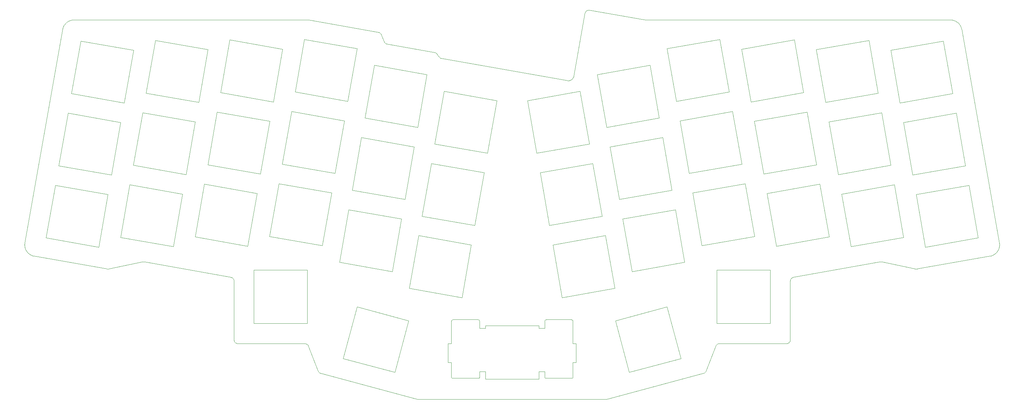
<source format=gm1>
G04 #@! TF.GenerationSoftware,KiCad,Pcbnew,(5.1.9-0-10_14)*
G04 #@! TF.CreationDate,2021-05-25T11:07:59+09:00*
G04 #@! TF.ProjectId,pcb-top-plate,7063622d-746f-4702-9d70-6c6174652e6b,1.3*
G04 #@! TF.SameCoordinates,PX2faf080PY2faf080*
G04 #@! TF.FileFunction,Profile,NP*
%FSLAX46Y46*%
G04 Gerber Fmt 4.6, Leading zero omitted, Abs format (unit mm)*
G04 Created by KiCad (PCBNEW (5.1.9-0-10_14)) date 2021-05-25 11:07:59*
%MOMM*%
%LPD*%
G01*
G04 APERTURE LIST*
G04 #@! TA.AperFunction,Profile*
%ADD10C,0.100000*%
G04 #@! TD*
G04 APERTURE END LIST*
D10*
X86288662Y-90846668D02*
X86264010Y-90955051D01*
X86264010Y-90955051D02*
X86197686Y-91039581D01*
X86197686Y-91039581D02*
X86101139Y-91088803D01*
X86101139Y-91088803D02*
X86038656Y-91096675D01*
X101710029Y-89387563D02*
X101710029Y-91324029D01*
X120195292Y-30911416D02*
X133884120Y-28497718D01*
X119039290Y-54013129D02*
X121452989Y-67701957D01*
X107764160Y-70115656D02*
X105350462Y-56426827D01*
X110540240Y-90846668D02*
X110515584Y-90955051D01*
X110515584Y-90955051D02*
X110449255Y-91039581D01*
X110449255Y-91039581D02*
X110352709Y-91088803D01*
X110352709Y-91088803D02*
X110290233Y-91096675D01*
X103724850Y-75831823D02*
X110040227Y-75831823D01*
X79463713Y-75831823D02*
X85788671Y-75831823D01*
X86288662Y-89387563D02*
X86288662Y-90846668D01*
X103474865Y-91096675D02*
X103366473Y-91072019D01*
X103366473Y-91072019D02*
X103281945Y-91005690D01*
X103281945Y-91005690D02*
X103232729Y-90909144D01*
X103232729Y-90909144D02*
X103224859Y-90846668D01*
X87802028Y-77418591D02*
X101711472Y-77418591D01*
X111375589Y-82087212D02*
X111375589Y-86977288D01*
X110040227Y-75831823D02*
X110140996Y-75841981D01*
X110140996Y-75841981D02*
X110257001Y-75881130D01*
X110257001Y-75881130D02*
X110358280Y-75946002D01*
X110358280Y-75946002D02*
X110440904Y-76032671D01*
X110440904Y-76032671D02*
X110500946Y-76137209D01*
X110500946Y-76137209D02*
X110534478Y-76255688D01*
X110534478Y-76255688D02*
X110540240Y-76331835D01*
X101711472Y-78116696D02*
X103224859Y-78116696D01*
X103224859Y-76331835D02*
X103235017Y-76231066D01*
X103235017Y-76231066D02*
X103274165Y-76115060D01*
X103274165Y-76115060D02*
X103339036Y-76013782D01*
X103339036Y-76013782D02*
X103425703Y-75931158D01*
X103425703Y-75931158D02*
X103530236Y-75871116D01*
X103530236Y-75871116D02*
X103648709Y-75837584D01*
X103648709Y-75837584D02*
X103724850Y-75831823D01*
X78963722Y-76331835D02*
X78973879Y-76231066D01*
X78973879Y-76231066D02*
X79013025Y-76115060D01*
X79013025Y-76115060D02*
X79077892Y-76013782D01*
X79077892Y-76013782D02*
X79164556Y-75931158D01*
X79164556Y-75931158D02*
X79269090Y-75871116D01*
X79269090Y-75871116D02*
X79387567Y-75837584D01*
X79387567Y-75837584D02*
X79463713Y-75831823D01*
X78128351Y-82087212D02*
X78963722Y-82087212D01*
X110540240Y-86977288D02*
X110540240Y-90846668D01*
X87802028Y-78116696D02*
X87802028Y-77418591D01*
X85788671Y-75831823D02*
X85889432Y-75841981D01*
X85889432Y-75841981D02*
X86005431Y-75881130D01*
X86005431Y-75881130D02*
X86106706Y-75946002D01*
X86106706Y-75946002D02*
X86189327Y-76032671D01*
X86189327Y-76032671D02*
X86249368Y-76137209D01*
X86249368Y-76137209D02*
X86282900Y-76255688D01*
X86282900Y-76255688D02*
X86288662Y-76331835D01*
X70463681Y-54013172D02*
X84152509Y-56426892D01*
X101710029Y-91324029D02*
X87803471Y-91324029D01*
X110290233Y-91096675D02*
X103474865Y-91096675D01*
X103224859Y-90846668D02*
X103224859Y-89387563D01*
X86288662Y-76331835D02*
X86288662Y-78116696D01*
X78128351Y-86977288D02*
X78128351Y-82087212D01*
X78963722Y-90846668D02*
X78963722Y-86977288D01*
X79213706Y-91096675D02*
X79105327Y-91072019D01*
X79105327Y-91072019D02*
X79020806Y-91005690D01*
X79020806Y-91005690D02*
X78971592Y-90909144D01*
X78971592Y-90909144D02*
X78963722Y-90846668D01*
X86038656Y-91096675D02*
X79213706Y-91096675D01*
X103224859Y-89387563D02*
X101710029Y-89387563D01*
X87803471Y-91324029D02*
X87803471Y-89387563D01*
X53205152Y-42186590D02*
X55618850Y-28497761D01*
X67898946Y-76148769D02*
X64301362Y-89575146D01*
X84152509Y-56426892D02*
X81738789Y-70115720D01*
X105350462Y-56426827D02*
X119039290Y-54013129D01*
X69307679Y-30911481D02*
X66893980Y-44600310D01*
X136297819Y-42186546D02*
X122608990Y-44600245D01*
X133884120Y-28497718D02*
X136297819Y-42186546D01*
X110540240Y-76331835D02*
X110540240Y-82087212D01*
X121452989Y-67701957D02*
X107764160Y-70115656D01*
X110540240Y-82087212D02*
X111375589Y-82087212D01*
X103224859Y-78116696D02*
X103224859Y-76331835D01*
X101711472Y-77418591D02*
X101711472Y-78116696D01*
X111375589Y-86977288D02*
X110540240Y-86977288D01*
X86288662Y-78116696D02*
X87802028Y-78116696D01*
X81738789Y-70115720D02*
X68049961Y-67702000D01*
X55618850Y-28497761D02*
X69307679Y-30911481D01*
X66893980Y-44600310D02*
X53205152Y-42186590D01*
X87803471Y-89387563D02*
X86288662Y-89387563D01*
X78963722Y-82087212D02*
X78963722Y-76331835D01*
X78963722Y-86977288D02*
X78128351Y-86977288D01*
X68049961Y-67702000D02*
X70463681Y-54013172D01*
X14789689Y-40642369D02*
X28478517Y-43056067D01*
X-6055917Y-19501389D02*
X-19744745Y-17087669D01*
X-376397Y-16948854D02*
X2037323Y-3260025D01*
X12375969Y-54331197D02*
X14789689Y-40642369D01*
X-1270679Y-22020594D02*
X12418150Y-24434314D01*
X32680802Y-19223715D02*
X18991973Y-16810016D01*
X2037323Y-3260025D02*
X15726152Y-5673723D01*
X6696449Y-56883733D02*
X-6992380Y-54470013D01*
X-3684399Y-35709422D02*
X-1270679Y-22020594D01*
X-9363919Y-38261980D02*
X-23052747Y-35848260D01*
X-20639027Y-22159431D02*
X-6950199Y-24573151D01*
X65999677Y-49672071D02*
X63585978Y-63360900D01*
X54460458Y-5394994D02*
X52046760Y-19083822D01*
X15683971Y-35570607D02*
X18097669Y-21881778D01*
X63585978Y-63360900D02*
X49897150Y-60947180D01*
X58926852Y-9737192D02*
X72615681Y-12150891D01*
X37463649Y-21741864D02*
X51152478Y-24155563D01*
X-10258201Y-43333720D02*
X-12671921Y-57022549D01*
X35049929Y-35430693D02*
X37463649Y-21741864D01*
X49897150Y-60947180D02*
X52310848Y-47258351D01*
X56513132Y-23425999D02*
X58926852Y-9737192D01*
X-6950199Y-24573151D02*
X-9363919Y-38261980D01*
X54472569Y-72551185D02*
X67898946Y-76148769D01*
X10004430Y-38123142D02*
X-3684399Y-35709422D01*
X-23947030Y-40920022D02*
X-10258201Y-43333720D01*
X50874985Y-85977562D02*
X54472569Y-72551185D01*
X34155647Y-40502455D02*
X47844476Y-42916153D01*
X31741927Y-54191283D02*
X34155647Y-40502455D01*
X12418150Y-24434314D02*
X10004430Y-38123142D01*
X9110147Y-43194904D02*
X6696449Y-56883733D01*
X-17331047Y-3398841D02*
X-3642218Y-5812561D01*
X51152478Y-24155563D02*
X48738758Y-37844391D01*
X-12671921Y-57022549D02*
X-26360750Y-54608850D01*
X48738758Y-37844391D02*
X35049929Y-35430693D01*
X-26360750Y-54608850D02*
X-23947030Y-40920022D01*
X13312432Y-19362552D02*
X-376397Y-16948854D01*
X29372799Y-37984305D02*
X15683971Y-35570607D01*
X52046760Y-19083822D02*
X38357931Y-16670102D01*
X18097669Y-21881778D02*
X31786498Y-24295477D01*
X35094500Y-5534886D02*
X32680802Y-19223715D01*
X31786498Y-24295477D02*
X29372799Y-37984305D01*
X21405672Y-3121188D02*
X35094500Y-5534886D01*
X70201961Y-25839719D02*
X56513132Y-23425999D01*
X26064797Y-56744896D02*
X12375969Y-54331197D01*
X47844476Y-42916153D02*
X45430756Y-56604982D01*
X-19744745Y-17087669D02*
X-17331047Y-3398841D01*
X-3642218Y-5812561D02*
X-6055917Y-19501389D01*
X15726152Y-5673723D02*
X13312432Y-19362552D01*
X18991973Y-16810016D02*
X21405672Y-3121188D01*
X72615681Y-12150891D02*
X70201961Y-25839719D01*
X52310848Y-47258351D02*
X65999677Y-49672071D01*
X64301362Y-89575146D02*
X50874985Y-85977562D01*
X45430756Y-56604982D02*
X31741927Y-54191283D01*
X27661681Y-76860190D02*
X27661681Y-62960198D01*
X-6992380Y-54470013D02*
X-4578681Y-40781184D01*
X40771630Y-2981274D02*
X54460458Y-5394994D01*
X-4578681Y-40781184D02*
X9110147Y-43194904D01*
X41561672Y-62960198D02*
X41561672Y-76860190D01*
X27661681Y-62960198D02*
X41561672Y-62960198D01*
X38357931Y-16670102D02*
X40771630Y-2981274D01*
X-23052747Y-35848260D02*
X-20639027Y-22159431D01*
X41561672Y-76860190D02*
X27661681Y-76860190D01*
X28478517Y-43056067D02*
X26064797Y-56744896D01*
X73771661Y-35252603D02*
X87460490Y-37666301D01*
X77079663Y-16492012D02*
X90768492Y-18905711D01*
X101148199Y-32594475D02*
X98734479Y-18905646D01*
X114837027Y-30180776D02*
X101148199Y-32594475D01*
X104456179Y-51355065D02*
X102042481Y-37666237D01*
X196453191Y-24573108D02*
X210142020Y-22159410D01*
X115731309Y-35252538D02*
X118145008Y-48941367D01*
X210142020Y-22159410D02*
X212555718Y-35848238D01*
X190964361Y-60858216D02*
X199381476Y-62643445D01*
X116887311Y-12150848D02*
X130576140Y-9737127D01*
X137454208Y-19085889D02*
X135040510Y-5397061D01*
X167867113Y-64831553D02*
X190197984Y-60845811D01*
X156822191Y-19223693D02*
X154408492Y-5534865D01*
X157716473Y-24295434D02*
X171405301Y-21881735D01*
X154451039Y-35432760D02*
X140762210Y-37846480D01*
X167042822Y-65815995D02*
X167051800Y-65681780D01*
X167051800Y-65681780D02*
X167078019Y-65552526D01*
X167078019Y-65552526D02*
X167120400Y-65429518D01*
X167120400Y-65429518D02*
X167177870Y-65314041D01*
X167177870Y-65314041D02*
X167249350Y-65207381D01*
X167249350Y-65207381D02*
X167333766Y-65110823D01*
X167333766Y-65110823D02*
X167430040Y-65025652D01*
X167430040Y-65025652D02*
X167537097Y-64953153D01*
X167537097Y-64953153D02*
X167653860Y-64894613D01*
X167653860Y-64894613D02*
X167779254Y-64851315D01*
X167779254Y-64851315D02*
X167867113Y-64831553D01*
X132989838Y-23425956D02*
X119301010Y-25839676D01*
X135040510Y-5397061D02*
X148729338Y-2983362D01*
X148729338Y-2983362D02*
X151143037Y-16672191D01*
X152037319Y-21743931D02*
X154451039Y-35432760D01*
X140762210Y-37846480D02*
X138348490Y-24157651D01*
X171405301Y-21881735D02*
X173819000Y-35570564D01*
X138348490Y-24157651D02*
X152037319Y-21743931D01*
X173819000Y-35570564D02*
X160130171Y-37984262D01*
X144509469Y-89793111D02*
X144622201Y-89755631D01*
X144622201Y-89755631D02*
X144728600Y-89705636D01*
X144728600Y-89705636D02*
X144827762Y-89643936D01*
X144827762Y-89643936D02*
X144918781Y-89571344D01*
X144918781Y-89571344D02*
X145000753Y-89488672D01*
X145000753Y-89488672D02*
X145072772Y-89396732D01*
X145072772Y-89396732D02*
X145133936Y-89296335D01*
X145133936Y-89296335D02*
X145183338Y-89188295D01*
X145183338Y-89188295D02*
X147690355Y-82715247D01*
X195558909Y-19501346D02*
X193145189Y-5812518D01*
X154408492Y-5534865D02*
X168097321Y-3121145D01*
X160130171Y-37984262D02*
X157716473Y-24295434D01*
X173776840Y-5673680D02*
X187465669Y-3259982D01*
X148622859Y-82076407D02*
X166042822Y-82076407D01*
X189879367Y-16948810D02*
X176190539Y-19362509D01*
X167042822Y-81076407D02*
X167042822Y-65815995D01*
X198866889Y-38261937D02*
X196453191Y-24573108D01*
X168097321Y-3121145D02*
X170511019Y-16809973D01*
X123503294Y-49672007D02*
X137192123Y-47258308D01*
X125916993Y-63360835D02*
X123503294Y-49672007D01*
X193145189Y-5812518D02*
X206834017Y-3398819D01*
X87460490Y-37666301D02*
X85046791Y-51355130D01*
X166042822Y-82076407D02*
X166145066Y-82071244D01*
X166145066Y-82071244D02*
X166244356Y-82056090D01*
X166244356Y-82056090D02*
X166386655Y-82015727D01*
X166386655Y-82015727D02*
X166519481Y-81955712D01*
X166519481Y-81955712D02*
X166641138Y-81877742D01*
X166641138Y-81877742D02*
X166749928Y-81783513D01*
X166749928Y-81783513D02*
X166844157Y-81674722D01*
X166844157Y-81674722D02*
X166922127Y-81553066D01*
X166922127Y-81553066D02*
X166982142Y-81420240D01*
X166982142Y-81420240D02*
X167022505Y-81277941D01*
X167022505Y-81277941D02*
X167037659Y-81178651D01*
X167037659Y-81178651D02*
X167042822Y-81076407D01*
X200143428Y-62656636D02*
X218932802Y-59346551D01*
X190197984Y-60845811D02*
X190317397Y-60828197D01*
X190317397Y-60828197D02*
X190437415Y-60817832D01*
X190437415Y-60817832D02*
X190557709Y-60814712D01*
X190557709Y-60814712D02*
X190677952Y-60818830D01*
X190677952Y-60818830D02*
X190797815Y-60830181D01*
X190797815Y-60830181D02*
X190916970Y-60848761D01*
X190916970Y-60848761D02*
X190964361Y-60858216D01*
X176190539Y-19362509D02*
X173776840Y-5673680D01*
X199381476Y-62643445D02*
X199499558Y-62664809D01*
X199499558Y-62664809D02*
X199618473Y-62679033D01*
X199618473Y-62679033D02*
X199737899Y-62686109D01*
X199737899Y-62686109D02*
X199857514Y-62686033D01*
X199857514Y-62686033D02*
X199976994Y-62678799D01*
X199976994Y-62678799D02*
X200096018Y-62664402D01*
X200096018Y-62664402D02*
X200143428Y-62656636D01*
X218932802Y-59346551D02*
X219084180Y-59315918D01*
X219084180Y-59315918D02*
X219232229Y-59278070D01*
X219232229Y-59278070D02*
X219376795Y-59233226D01*
X219376795Y-59233226D02*
X219517726Y-59181604D01*
X219517726Y-59181604D02*
X219654869Y-59123422D01*
X219654869Y-59123422D02*
X219788070Y-59058899D01*
X219788070Y-59058899D02*
X219917176Y-58988253D01*
X219917176Y-58988253D02*
X220042035Y-58911702D01*
X220042035Y-58911702D02*
X220162494Y-58829466D01*
X220162494Y-58829466D02*
X220278399Y-58741762D01*
X220278399Y-58741762D02*
X220389599Y-58648809D01*
X220389599Y-58648809D02*
X220495938Y-58550825D01*
X220495938Y-58550825D02*
X220597266Y-58448029D01*
X220597266Y-58448029D02*
X220693429Y-58340639D01*
X220693429Y-58340639D02*
X220784273Y-58228874D01*
X220784273Y-58228874D02*
X220869646Y-58112951D01*
X220869646Y-58112951D02*
X220949396Y-57993090D01*
X220949396Y-57993090D02*
X221023368Y-57869509D01*
X221023368Y-57869509D02*
X221091410Y-57742426D01*
X221091410Y-57742426D02*
X221153369Y-57612059D01*
X221153369Y-57612059D02*
X221209093Y-57478628D01*
X221209093Y-57478628D02*
X221258427Y-57342350D01*
X221258427Y-57342350D02*
X221301220Y-57203444D01*
X221301220Y-57203444D02*
X221337317Y-57062129D01*
X221337317Y-57062129D02*
X221366567Y-56918622D01*
X221366567Y-56918622D02*
X221388817Y-56773142D01*
X221388817Y-56773142D02*
X221403912Y-56625908D01*
X221403912Y-56625908D02*
X221411701Y-56477138D01*
X221411701Y-56477138D02*
X221412030Y-56327051D01*
X221412030Y-56327051D02*
X221404747Y-56175864D01*
X221404747Y-56175864D02*
X221389698Y-56023797D01*
X221389698Y-56023797D02*
X221366731Y-55871068D01*
X119301010Y-25839676D02*
X116887311Y-12150848D01*
X98734479Y-18905646D02*
X112423307Y-16491948D01*
X112423307Y-16491948D02*
X114837027Y-30180776D01*
X147690355Y-82715247D02*
X147737985Y-82610514D01*
X147737985Y-82610514D02*
X147796404Y-82513309D01*
X147796404Y-82513309D02*
X147864725Y-82424236D01*
X147864725Y-82424236D02*
X147942065Y-82343903D01*
X147942065Y-82343903D02*
X148027539Y-82272915D01*
X148027539Y-82272915D02*
X148120264Y-82211878D01*
X148120264Y-82211878D02*
X148219354Y-82161397D01*
X148219354Y-82161397D02*
X148323926Y-82122078D01*
X148323926Y-82122078D02*
X148433095Y-82094527D01*
X148433095Y-82094527D02*
X148545978Y-82079351D01*
X148545978Y-82079351D02*
X148622859Y-82076407D01*
X137192123Y-47258308D02*
X139605821Y-60947137D01*
X170511019Y-16809973D02*
X156822191Y-19223693D01*
X209247737Y-17087648D02*
X195558909Y-19501346D01*
X212555718Y-35848238D02*
X198866889Y-38261937D01*
X187465669Y-3259982D02*
X189879367Y-16948810D01*
X206834017Y-3398819D02*
X209247737Y-17087648D01*
X71357963Y-48941431D02*
X73771661Y-35252603D01*
X85046791Y-51355130D02*
X71357963Y-48941431D01*
X74665965Y-30180841D02*
X77079663Y-16492012D01*
X139605821Y-60947137D02*
X125916993Y-63360835D01*
X130576140Y-9737127D02*
X132989838Y-23425956D01*
X88354794Y-32594539D02*
X74665965Y-30180841D01*
X118145008Y-48941367D02*
X104456179Y-51355065D01*
X102042481Y-37666237D02*
X115731309Y-35252538D01*
X90768492Y-18905711D02*
X88354794Y-32594539D01*
X151143037Y-16672191D02*
X137454208Y-19085889D01*
X75811718Y-7558914D02*
X75239529Y-6779931D01*
X-19118075Y2076782D02*
X-19253873Y2073743D01*
X-19253873Y2073743D02*
X-19388297Y2064703D01*
X-19388297Y2064703D02*
X-19521205Y2049783D01*
X-19521205Y2049783D02*
X-19652454Y2029104D01*
X-19652454Y2029104D02*
X-19781900Y2002784D01*
X-19781900Y2002784D02*
X-19909400Y1970945D01*
X-19909400Y1970945D02*
X-20034810Y1933707D01*
X-20034810Y1933707D02*
X-20157989Y1891189D01*
X-20157989Y1891189D02*
X-20278792Y1843511D01*
X-20278792Y1843511D02*
X-20397076Y1790795D01*
X-20397076Y1790795D02*
X-20512699Y1733159D01*
X-20512699Y1733159D02*
X-20625516Y1670725D01*
X-20625516Y1670725D02*
X-20735385Y1603611D01*
X-20735385Y1603611D02*
X-20842162Y1531939D01*
X-20842162Y1531939D02*
X-20945705Y1455828D01*
X-20945705Y1455828D02*
X-21045869Y1375398D01*
X-21045869Y1375398D02*
X-21142513Y1290770D01*
X-21142513Y1290770D02*
X-21235492Y1202063D01*
X-21235492Y1202063D02*
X-21324664Y1109399D01*
X-21324664Y1109399D02*
X-21409884Y1012896D01*
X-21409884Y1012896D02*
X-21491011Y912674D01*
X-21491011Y912674D02*
X-21567901Y808855D01*
X-21567901Y808855D02*
X-21640410Y701558D01*
X-21640410Y701558D02*
X-21708395Y590904D01*
X-21708395Y590904D02*
X-21771714Y477011D01*
X-21771714Y477011D02*
X-21830223Y360001D01*
X-21830223Y360001D02*
X-21883778Y239994D01*
X-21883778Y239994D02*
X-21932237Y117109D01*
X-21932237Y117109D02*
X-21975456Y-8533D01*
X-21975456Y-8533D02*
X-22013293Y-136812D01*
X-22013293Y-136812D02*
X-22045603Y-267608D01*
X-22045603Y-267608D02*
X-22072244Y-400802D01*
X75239529Y-6779931D02*
X75162884Y-6687723D01*
X75162884Y-6687723D02*
X75076467Y-6605955D01*
X75076467Y-6605955D02*
X74981356Y-6535295D01*
X74981356Y-6535295D02*
X74878627Y-6476412D01*
X74878627Y-6476412D02*
X74769358Y-6429977D01*
X74769358Y-6429977D02*
X74654626Y-6396658D01*
X74654626Y-6396658D02*
X74607446Y-6387154D01*
X41991651Y2076659D02*
X-19118075Y2076782D01*
X221366731Y-55871068D02*
X211585432Y-402362D01*
X59978429Y-1126636D02*
X41991651Y2076659D01*
X60720976Y-1714286D02*
X60664378Y-1602994D01*
X60664378Y-1602994D02*
X60595226Y-1500766D01*
X60595226Y-1500766D02*
X60514622Y-1408476D01*
X60514622Y-1408476D02*
X60423669Y-1326997D01*
X60423669Y-1326997D02*
X60323471Y-1257200D01*
X60323471Y-1257200D02*
X60215129Y-1199959D01*
X60215129Y-1199959D02*
X60099747Y-1156146D01*
X60099747Y-1156146D02*
X59978429Y-1126636D01*
X61547006Y-3624783D02*
X60720976Y-1714286D01*
X113703039Y3808885D02*
X110788374Y-12504827D01*
X74607446Y-6387154D02*
X62291025Y-4212694D01*
X110788374Y-12504827D02*
X110753827Y-12654260D01*
X110753827Y-12654260D02*
X110705338Y-12796719D01*
X110705338Y-12796719D02*
X110643779Y-12931594D01*
X110643779Y-12931594D02*
X110570020Y-13058277D01*
X110570020Y-13058277D02*
X110484933Y-13176161D01*
X110484933Y-13176161D02*
X110389389Y-13284636D01*
X110389389Y-13284636D02*
X110284261Y-13383094D01*
X110284261Y-13383094D02*
X110170418Y-13470927D01*
X110170418Y-13470927D02*
X110048733Y-13547527D01*
X110048733Y-13547527D02*
X109920076Y-13612285D01*
X109920076Y-13612285D02*
X109785320Y-13664592D01*
X109785320Y-13664592D02*
X109645335Y-13703842D01*
X109645335Y-13703842D02*
X109500993Y-13729424D01*
X109500993Y-13729424D02*
X109353166Y-13740732D01*
X109353166Y-13740732D02*
X109202724Y-13737156D01*
X109202724Y-13737156D02*
X109050539Y-13718089D01*
X62291025Y-4212694D02*
X62169476Y-4183307D01*
X62169476Y-4183307D02*
X62053867Y-4139568D01*
X62053867Y-4139568D02*
X61945304Y-4082352D01*
X61945304Y-4082352D02*
X61844898Y-4012535D01*
X61844898Y-4012535D02*
X61753757Y-3930994D01*
X61753757Y-3930994D02*
X61672988Y-3838604D01*
X61672988Y-3838604D02*
X61603702Y-3736242D01*
X61603702Y-3736242D02*
X61547006Y-3624783D01*
X109050539Y-13718089D02*
X76443517Y-7951642D01*
X211585432Y-402362D02*
X211558844Y-269106D01*
X211558844Y-269106D02*
X211526582Y-138247D01*
X211526582Y-138247D02*
X211488789Y-9904D01*
X211488789Y-9904D02*
X211445608Y115801D01*
X211445608Y115801D02*
X211397183Y238749D01*
X211397183Y238749D02*
X211343657Y358820D01*
X211343657Y358820D02*
X211285173Y475893D01*
X211285173Y475893D02*
X211221874Y589848D01*
X211221874Y589848D02*
X211153904Y700564D01*
X211153904Y700564D02*
X211081407Y807922D01*
X211081407Y807922D02*
X211004525Y911801D01*
X211004525Y911801D02*
X210923401Y1012081D01*
X210923401Y1012081D02*
X210838180Y1108641D01*
X210838180Y1108641D02*
X210749005Y1201362D01*
X210749005Y1201362D02*
X210656018Y1290123D01*
X210656018Y1290123D02*
X210559363Y1374804D01*
X210559363Y1374804D02*
X210459184Y1455285D01*
X210459184Y1455285D02*
X210355624Y1531444D01*
X210355624Y1531444D02*
X210248825Y1603163D01*
X210248825Y1603163D02*
X210138932Y1670321D01*
X210138932Y1670321D02*
X210026088Y1732797D01*
X210026088Y1732797D02*
X209910436Y1790471D01*
X209910436Y1790471D02*
X209792120Y1843223D01*
X209792120Y1843223D02*
X209671282Y1890933D01*
X209671282Y1890933D02*
X209548066Y1933481D01*
X209548066Y1933481D02*
X209422616Y1970745D01*
X209422616Y1970745D02*
X209295074Y2002607D01*
X209295074Y2002607D02*
X209165585Y2028945D01*
X209165585Y2028945D02*
X209034290Y2049640D01*
X209034290Y2049640D02*
X208901335Y2064571D01*
X208901335Y2064571D02*
X208766862Y2073617D01*
X208766862Y2073617D02*
X208631014Y2076659D01*
X208631014Y2076659D02*
X129371694Y2076659D01*
X-10639127Y-62656929D02*
X-10520783Y-62674128D01*
X-10520783Y-62674128D02*
X-10401856Y-62684212D01*
X-10401856Y-62684212D02*
X-10282666Y-62687183D01*
X-10282666Y-62687183D02*
X-10163531Y-62683049D01*
X-10163531Y-62683049D02*
X-10044771Y-62671814D01*
X-10044771Y-62671814D02*
X-9926704Y-62653484D01*
X-9926704Y-62653484D02*
X-9879743Y-62644167D01*
X23474974Y-82076407D02*
X40877171Y-82076407D01*
X129371694Y2076659D02*
X114859950Y4618016D01*
X119369719Y-96524150D02*
X144509469Y-89793111D01*
X70183041Y-96524150D02*
X119369719Y-96524150D01*
X21651178Y-64840790D02*
X21781661Y-64873261D01*
X21781661Y-64873261D02*
X21904232Y-64921818D01*
X21904232Y-64921818D02*
X22017815Y-64985174D01*
X22017815Y-64985174D02*
X22121335Y-65062047D01*
X22121335Y-65062047D02*
X22213718Y-65151152D01*
X22213718Y-65151152D02*
X22293889Y-65251206D01*
X22293889Y-65251206D02*
X22360773Y-65360922D01*
X22360773Y-65360922D02*
X22413296Y-65479019D01*
X22413296Y-65479019D02*
X22450383Y-65604211D01*
X22450383Y-65604211D02*
X22470959Y-65735214D01*
X22470959Y-65735214D02*
X22474974Y-65825144D01*
X-22072244Y-400802D02*
X-31881351Y-55869443D01*
X40877171Y-82076407D02*
X40991958Y-82082988D01*
X40991958Y-82082988D02*
X41103629Y-82102331D01*
X41103629Y-82102331D02*
X41211300Y-82133831D01*
X41211300Y-82133831D02*
X41314088Y-82176883D01*
X41314088Y-82176883D02*
X41411111Y-82230883D01*
X41411111Y-82230883D02*
X41501485Y-82295227D01*
X41501485Y-82295227D02*
X41584329Y-82369310D01*
X41584329Y-82369310D02*
X41658758Y-82452529D01*
X41658758Y-82452529D02*
X41723891Y-82544279D01*
X41723891Y-82544279D02*
X41778845Y-82643955D01*
X41778845Y-82643955D02*
X41809390Y-82714512D01*
X22474974Y-81076407D02*
X22480136Y-81178651D01*
X22480136Y-81178651D02*
X22495290Y-81277941D01*
X22495290Y-81277941D02*
X22535653Y-81420240D01*
X22535653Y-81420240D02*
X22595668Y-81553066D01*
X22595668Y-81553066D02*
X22673638Y-81674722D01*
X22673638Y-81674722D02*
X22767867Y-81783513D01*
X22767867Y-81783513D02*
X22876657Y-81877742D01*
X22876657Y-81877742D02*
X22998314Y-81955712D01*
X22998314Y-81955712D02*
X23131140Y-82015727D01*
X23131140Y-82015727D02*
X23273439Y-82056090D01*
X23273439Y-82056090D02*
X23372729Y-82071244D01*
X23372729Y-82071244D02*
X23474974Y-82076407D01*
X44996716Y-89792835D02*
X70183041Y-96524150D01*
X-9879743Y-62644167D02*
X-1418657Y-60859881D01*
X114859950Y4618016D02*
X114758590Y4630550D01*
X114758590Y4630550D02*
X114658403Y4632781D01*
X114658403Y4632781D02*
X114511588Y4617694D01*
X114511588Y4617694D02*
X114370668Y4581704D01*
X114370668Y4581704D02*
X114237596Y4526175D01*
X114237596Y4526175D02*
X114114324Y4452474D01*
X114114324Y4452474D02*
X114002807Y4361967D01*
X114002807Y4361967D02*
X113904997Y4256019D01*
X113904997Y4256019D02*
X113822848Y4135997D01*
X113822848Y4135997D02*
X113758312Y4003267D01*
X113758312Y4003267D02*
X113726038Y3908394D01*
X113726038Y3908394D02*
X113703039Y3808885D01*
X44322695Y-89188637D02*
X44372161Y-89296600D01*
X44372161Y-89296600D02*
X44433375Y-89396916D01*
X44433375Y-89396916D02*
X44505432Y-89488774D01*
X44505432Y-89488774D02*
X44587428Y-89571365D01*
X44587428Y-89571365D02*
X44678458Y-89643877D01*
X44678458Y-89643877D02*
X44777619Y-89705499D01*
X44777619Y-89705499D02*
X44884006Y-89755422D01*
X44884006Y-89755422D02*
X44996716Y-89792835D01*
X76443517Y-7951642D02*
X76326954Y-7923737D01*
X76326954Y-7923737D02*
X76215422Y-7882458D01*
X76215422Y-7882458D02*
X76109996Y-7828476D01*
X76109996Y-7828476D02*
X76011754Y-7762458D01*
X76011754Y-7762458D02*
X75921770Y-7685074D01*
X75921770Y-7685074D02*
X75841122Y-7596992D01*
X75841122Y-7596992D02*
X75811718Y-7558914D01*
X-29447235Y-59346440D02*
X-10639127Y-62656929D01*
X41809390Y-82714512D02*
X44322695Y-89188637D01*
X22474974Y-65825144D02*
X22474974Y-81076407D01*
X-1418657Y-60859881D02*
X-1300057Y-60838580D01*
X-1300057Y-60838580D02*
X-1180627Y-60824481D01*
X-1180627Y-60824481D02*
X-1060695Y-60817589D01*
X-1060695Y-60817589D02*
X-940587Y-60817909D01*
X-940587Y-60817909D02*
X-820630Y-60825446D01*
X-820630Y-60825446D02*
X-701149Y-60840206D01*
X-701149Y-60840206D02*
X-653563Y-60848133D01*
X-653563Y-60848133D02*
X21651178Y-64840790D01*
X-31881351Y-55869443D02*
X-31904402Y-56022229D01*
X-31904402Y-56022229D02*
X-31919526Y-56174355D01*
X-31919526Y-56174355D02*
X-31926878Y-56325603D01*
X-31926878Y-56325603D02*
X-31926611Y-56475753D01*
X-31926611Y-56475753D02*
X-31918877Y-56624588D01*
X-31918877Y-56624588D02*
X-31903830Y-56771887D01*
X-31903830Y-56771887D02*
X-31881622Y-56917433D01*
X-31881622Y-56917433D02*
X-31852408Y-57061007D01*
X-31852408Y-57061007D02*
X-31816339Y-57202389D01*
X-31816339Y-57202389D02*
X-31773570Y-57341362D01*
X-31773570Y-57341362D02*
X-31724253Y-57477707D01*
X-31724253Y-57477707D02*
X-31668541Y-57611204D01*
X-31668541Y-57611204D02*
X-31606588Y-57741636D01*
X-31606588Y-57741636D02*
X-31538547Y-57868783D01*
X-31538547Y-57868783D02*
X-31464570Y-57992427D01*
X-31464570Y-57992427D02*
X-31384811Y-58112349D01*
X-31384811Y-58112349D02*
X-31299423Y-58228330D01*
X-31299423Y-58228330D02*
X-31208559Y-58340152D01*
X-31208559Y-58340152D02*
X-31112372Y-58447595D01*
X-31112372Y-58447595D02*
X-31011016Y-58550442D01*
X-31011016Y-58550442D02*
X-30904643Y-58648473D01*
X-30904643Y-58648473D02*
X-30793407Y-58741470D01*
X-30793407Y-58741470D02*
X-30677460Y-58829214D01*
X-30677460Y-58829214D02*
X-30556956Y-58911487D01*
X-30556956Y-58911487D02*
X-30432047Y-58988069D01*
X-30432047Y-58988069D02*
X-30302888Y-59058742D01*
X-30302888Y-59058742D02*
X-30169631Y-59123287D01*
X-30169631Y-59123287D02*
X-30032429Y-59181485D01*
X-30032429Y-59181485D02*
X-29891435Y-59233118D01*
X-29891435Y-59233118D02*
X-29746803Y-59277968D01*
X-29746803Y-59277968D02*
X-29598686Y-59315814D01*
X-29598686Y-59315814D02*
X-29447235Y-59346440D01*
X144070191Y-56607070D02*
X141656493Y-42918242D01*
X141656493Y-42918242D02*
X155345321Y-40504522D01*
X121600262Y-76150162D02*
X135026638Y-72552578D01*
X182806522Y-56883690D02*
X180392823Y-43194861D01*
X177084821Y-24434271D02*
X190773650Y-22020572D01*
X194081652Y-40781163D02*
X196495350Y-54469991D01*
X196495350Y-54469991D02*
X182806522Y-56883690D01*
X190773650Y-22020572D02*
X193187370Y-35709401D01*
X199761172Y-43333699D02*
X213450000Y-40920000D01*
X174713303Y-40642325D02*
X177127002Y-54331154D01*
X202174892Y-57022527D02*
X199761172Y-43333699D01*
X161837791Y-76857404D02*
X147937778Y-76857404D01*
X180392823Y-43194861D02*
X194081652Y-40781163D01*
X161024475Y-43056024D02*
X174713303Y-40642325D01*
X125197846Y-89576539D02*
X121600262Y-76150162D01*
X177127002Y-54331154D02*
X163438173Y-56744852D01*
X161837791Y-62957413D02*
X161837791Y-76857404D01*
X138624201Y-85978955D02*
X125197846Y-89576539D01*
X193187370Y-35709401D02*
X179498541Y-38123099D01*
X215863720Y-54608829D02*
X202174892Y-57022527D01*
X147937778Y-76857404D02*
X147937800Y-62957413D01*
X163438173Y-56744852D02*
X161024475Y-43056024D01*
X179498541Y-38123099D02*
X177084821Y-24434271D01*
X157759020Y-54193350D02*
X144070191Y-56607070D01*
X135026638Y-72552578D02*
X138624201Y-85978955D01*
X147937800Y-62957413D02*
X161837791Y-62957413D01*
X155345321Y-40504522D02*
X157759020Y-54193350D01*
X122608990Y-44600245D02*
X120195292Y-30911416D01*
X213450000Y-40920000D02*
X215863720Y-54608829D01*
M02*

</source>
